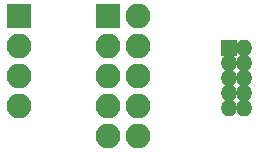
<source format=gbr>
G04 #@! TF.GenerationSoftware,KiCad,Pcbnew,(5.0.0)*
G04 #@! TF.CreationDate,2020-06-03T16:47:07-06:00*
G04 #@! TF.ProjectId,JlinkMini2TC2050,4A6C696E6B4D696E6932544332303530,rev?*
G04 #@! TF.SameCoordinates,Original*
G04 #@! TF.FileFunction,Soldermask,Bot*
G04 #@! TF.FilePolarity,Negative*
%FSLAX46Y46*%
G04 Gerber Fmt 4.6, Leading zero omitted, Abs format (unit mm)*
G04 Created by KiCad (PCBNEW (5.0.0)) date 06/03/20 16:47:07*
%MOMM*%
%LPD*%
G01*
G04 APERTURE LIST*
%ADD10R,1.400000X1.400000*%
%ADD11O,1.400000X1.400000*%
%ADD12R,2.100000X2.100000*%
%ADD13O,2.100000X2.100000*%
G04 APERTURE END LIST*
D10*
G04 #@! TO.C,J1*
X48260000Y-36830000D03*
D11*
X49530000Y-36830000D03*
X48260000Y-38100000D03*
X49530000Y-38100000D03*
X48260000Y-39370000D03*
X49530000Y-39370000D03*
X48260000Y-40640000D03*
X49530000Y-40640000D03*
X48260000Y-41910000D03*
X49530000Y-41910000D03*
G04 #@! TD*
D12*
G04 #@! TO.C,J2*
X38025001Y-34085001D03*
D13*
X40565001Y-34085001D03*
X38025001Y-36625001D03*
X40565001Y-36625001D03*
X38025001Y-39165001D03*
X40565001Y-39165001D03*
X38025001Y-41705001D03*
X40565001Y-41705001D03*
X38025001Y-44245001D03*
X40565001Y-44245001D03*
G04 #@! TD*
D12*
G04 #@! TO.C,J3*
X30480000Y-34085001D03*
D13*
X30480000Y-36625001D03*
X30480000Y-39165001D03*
X30480000Y-41705001D03*
G04 #@! TD*
M02*

</source>
